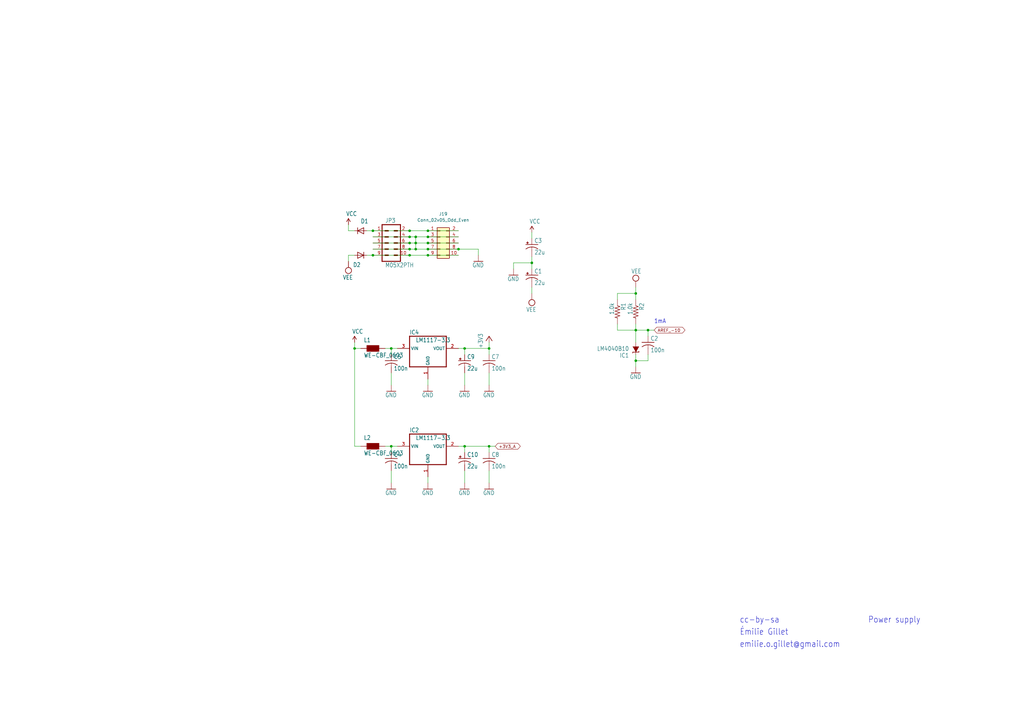
<source format=kicad_sch>
(kicad_sch (version 20211123) (generator eeschema)
  (paper "User" 425.45 299.161)
  (lib_symbols
    (symbol "Connector_Generic:Conn_02x05_Odd_Even" (pin_names (offset 1.016) hide)
      (property "Reference" "J" (at 1.27 7.62 0))
      (property "Value" "Conn_02x05_Odd_Even" (at 1.27 -7.62 0))
      (symbol "Conn_02x05_Odd_Even_1_1"
        (rectangle (start -1.27 -4.953) (end 0 -5.207) (stroke (width 0.1524)))
        (rectangle (start -1.27 -2.413) (end 0 -2.667) (stroke (width 0.1524)))
        (rectangle (start -1.27 0.127) (end 0 -0.127) (stroke (width 0.1524)))
        (rectangle (start -1.27 2.667) (end 0 2.413) (stroke (width 0.1524)))
        (rectangle (start -1.27 5.207) (end 0 4.953) (stroke (width 0.1524)))
        (rectangle (start -1.27 6.35) (end 3.81 -6.35) (stroke (width 0.254)) (fill (type background)))
        (rectangle (start 3.81 -4.953) (end 2.54 -5.207) (stroke (width 0.1524)))
        (rectangle (start 3.81 -2.413) (end 2.54 -2.667) (stroke (width 0.1524)))
        (rectangle (start 3.81 0.127) (end 2.54 -0.127) (stroke (width 0.1524)))
        (rectangle (start 3.81 2.667) (end 2.54 2.413) (stroke (width 0.1524)))
        (rectangle (start 3.81 5.207) (end 2.54 4.953) (stroke (width 0.1524)))
        (pin passive line (at -5.08 5.08 0) (length 3.81) (name "Pin_1") (number "1"))
        (pin passive line (at 7.62 -5.08 180) (length 3.81) (name "Pin_10") (number "10"))
        (pin passive line (at 7.62 5.08 180) (length 3.81) (name "Pin_2") (number "2"))
        (pin passive line (at -5.08 2.54 0) (length 3.81) (name "Pin_3") (number "3"))
        (pin passive line (at 7.62 2.54 180) (length 3.81) (name "Pin_4") (number "4"))
        (pin passive line (at -5.08 0 0) (length 3.81) (name "Pin_5") (number "5"))
        (pin passive line (at 7.62 0 180) (length 3.81) (name "Pin_6") (number "6"))
        (pin passive line (at -5.08 -2.54 0) (length 3.81) (name "Pin_7") (number "7"))
        (pin passive line (at 7.62 -2.54 180) (length 3.81) (name "Pin_8") (number "8"))
        (pin passive line (at -5.08 -5.08 0) (length 3.81) (name "Pin_9") (number "9"))
      )
    )
    (symbol "elements-eagle-import:+3V3" (power)
      (property "Value" "+3V3" (at -2.54 -5.08 90))
      (symbol "+3V3_1_0"
        (polyline (pts (xy 0 0) (xy -1.27 -1.905)) (stroke (width 0.254)))
        (polyline (pts (xy 1.27 -1.905) (xy 0 0)) (stroke (width 0.254)))
        (pin power_in line (at 0 -2.54 90) (length 2.54) (name "+3V3") (number "1"))
      )
    )
    (symbol "elements-eagle-import:C-USC0603"
      (property "Reference" "C" (at 1.016 0.635 0))
      (property "Value" "C-USC0603" (at 1.016 -4.191 0))
      (symbol "C-USC0603_1_0"
        (arc (start 0 -1.0161) (mid -1.302 -1.2303) (end -2.4668 -1.8504) (stroke (width 0.254)))
        (polyline (pts (xy -2.54 0) (xy 2.54 0)) (stroke (width 0.254)))
        (polyline (pts (xy 0 -1.016) (xy 0 -2.54)) (stroke (width 0.1524)))
        (arc (start 2.4892 -1.8542) (mid 1.3158 -1.2195) (end 0 -1) (stroke (width 0.254)))
        (pin passive line (at 0 2.54 270) (length 2.54) (name "1") (number "1"))
        (pin passive line (at 0 -5.08 90) (length 2.54) (name "2") (number "2"))
      )
    )
    (symbol "elements-eagle-import:CPOL-USC"
      (property "Reference" "C" (at 1.016 0.635 0))
      (property "Value" "CPOL-USC" (at 1.016 -4.191 0))
      (symbol "CPOL-USC_1_0"
        (rectangle (start -2.253 0.668) (end -1.364 0.795) (fill (type outline)))
        (rectangle (start -1.872 0.287) (end -1.745 1.176) (fill (type outline)))
        (arc (start 0 -1.0161) (mid -1.3021 -1.2302) (end -2.4669 -1.8504) (stroke (width 0.254)))
        (polyline (pts (xy -2.54 0) (xy 2.54 0)) (stroke (width 0.254)))
        (polyline (pts (xy 0 -1.016) (xy 0 -2.54)) (stroke (width 0.1524)))
        (arc (start 2.4892 -1.8542) (mid 1.3158 -1.2195) (end 0 -1) (stroke (width 0.254)))
        (pin passive line (at 0 2.54 270) (length 2.54) (name "+") (number "+"))
        (pin passive line (at 0 -5.08 90) (length 2.54) (name "-") (number "-"))
      )
    )
    (symbol "elements-eagle-import:DIODE-SOD123"
      (property "Reference" "D" (at 2.54 0.4826 0))
      (property "Value" "DIODE-SOD123" (at 2.54 -2.3114 0))
      (symbol "DIODE-SOD123_1_0"
        (polyline (pts (xy -1.27 -1.27) (xy 1.27 0)) (stroke (width 0.254)))
        (polyline (pts (xy -1.27 1.27) (xy -1.27 -1.27)) (stroke (width 0.254)))
        (polyline (pts (xy 1.27 0) (xy -1.27 1.27)) (stroke (width 0.254)))
        (polyline (pts (xy 1.27 0) (xy 1.27 -1.27)) (stroke (width 0.254)))
        (polyline (pts (xy 1.27 1.27) (xy 1.27 0)) (stroke (width 0.254)))
        (pin passive line (at -2.54 0 0) (length 2.54) (name "A") (number "A"))
        (pin passive line (at 2.54 0 180) (length 2.54) (name "C") (number "C"))
      )
    )
    (symbol "elements-eagle-import:GND" (power)
      (property "Value" "GND" (at -2.54 -2.54 0))
      (symbol "GND_1_0"
        (polyline (pts (xy -1.905 0) (xy 1.905 0)) (stroke (width 0.254)))
        (pin power_in line (at 0 2.54 270) (length 2.54) (name "GND") (number "1"))
      )
    )
    (symbol "elements-eagle-import:LM4041DBZ"
      (property "Reference" "IC" (at 2.794 1.905 0))
      (property "Value" "LM4041DBZ" (at 2.794 -0.889 0))
      (symbol "LM4041DBZ_1_0"
        (polyline (pts (xy -1.27 1.524) (xy -1.27 1.143)) (stroke (width 0.254)))
        (polyline (pts (xy 0 1.524) (xy -1.27 1.524)) (stroke (width 0.254)))
        (polyline (pts (xy 1.27 1.524) (xy 0 1.524)) (stroke (width 0.254)))
        (polyline (pts (xy 1.27 1.905) (xy 1.27 1.524)) (stroke (width 0.254)))
        (polyline (pts (xy 0 1.524) (xy -1.27 -0.762) (xy 1.27 -0.762)) (fill (type outline)))
        (pin passive line (at 0 2.54 270) (length 2.54) (name "C") (number "1"))
        (pin passive line (at 0 -2.54 90) (length 2.54) (name "A") (number "2"))
      )
    )
    (symbol "elements-eagle-import:M05X2PTH"
      (property "Reference" "JP" (at -2.54 8.382 0))
      (property "Value" "M05X2PTH" (at -2.54 -10.16 0))
      (symbol "M05X2PTH_1_0"
        (polyline (pts (xy -3.81 7.62) (xy -3.81 -7.62)) (stroke (width 0.4064)))
        (polyline (pts (xy -3.81 7.62) (xy 3.81 7.62)) (stroke (width 0.4064)))
        (polyline (pts (xy -1.27 -5.08) (xy -2.54 -5.08)) (stroke (width 0.6096)))
        (polyline (pts (xy -1.27 -2.54) (xy -2.54 -2.54)) (stroke (width 0.6096)))
        (polyline (pts (xy -1.27 0) (xy -2.54 0)) (stroke (width 0.6096)))
        (polyline (pts (xy -1.27 2.54) (xy -2.54 2.54)) (stroke (width 0.6096)))
        (polyline (pts (xy -1.27 5.08) (xy -2.54 5.08)) (stroke (width 0.6096)))
        (polyline (pts (xy 1.27 -5.08) (xy 2.54 -5.08)) (stroke (width 0.6096)))
        (polyline (pts (xy 1.27 -2.54) (xy 2.54 -2.54)) (stroke (width 0.6096)))
        (polyline (pts (xy 1.27 0) (xy 2.54 0)) (stroke (width 0.6096)))
        (polyline (pts (xy 1.27 2.54) (xy 2.54 2.54)) (stroke (width 0.6096)))
        (polyline (pts (xy 1.27 5.08) (xy 2.54 5.08)) (stroke (width 0.6096)))
        (polyline (pts (xy 3.81 -7.62) (xy -3.81 -7.62)) (stroke (width 0.4064)))
        (polyline (pts (xy 3.81 -7.62) (xy 3.81 7.62)) (stroke (width 0.4064)))
        (pin passive line (at -7.62 5.08 0) (length 5.08) (name "1") (number "1"))
        (pin passive line (at 7.62 -5.08 180) (length 5.08) (name "10") (number "10"))
        (pin passive line (at 7.62 5.08 180) (length 5.08) (name "2") (number "2"))
        (pin passive line (at -7.62 2.54 0) (length 5.08) (name "3") (number "3"))
        (pin passive line (at 7.62 2.54 180) (length 5.08) (name "4") (number "4"))
        (pin passive line (at -7.62 0 0) (length 5.08) (name "5") (number "5"))
        (pin passive line (at 7.62 0 180) (length 5.08) (name "6") (number "6"))
        (pin passive line (at -7.62 -2.54 0) (length 5.08) (name "7") (number "7"))
        (pin passive line (at 7.62 -2.54 180) (length 5.08) (name "8") (number "8"))
        (pin passive line (at -7.62 -5.08 0) (length 5.08) (name "9") (number "9"))
      )
    )
    (symbol "elements-eagle-import:R-US_R0603"
      (property "Reference" "R" (at -3.81 1.4986 0))
      (property "Value" "R-US_R0603" (at -3.81 -3.302 0))
      (symbol "R-US_R0603_1_0"
        (polyline (pts (xy -2.54 0) (xy -2.159 1.016)) (stroke (width 0.2032)))
        (polyline (pts (xy -2.159 1.016) (xy -1.524 -1.016)) (stroke (width 0.2032)))
        (polyline (pts (xy -1.524 -1.016) (xy -0.889 1.016)) (stroke (width 0.2032)))
        (polyline (pts (xy -0.889 1.016) (xy -0.254 -1.016)) (stroke (width 0.2032)))
        (polyline (pts (xy -0.254 -1.016) (xy 0.381 1.016)) (stroke (width 0.2032)))
        (polyline (pts (xy 0.381 1.016) (xy 1.016 -1.016)) (stroke (width 0.2032)))
        (polyline (pts (xy 1.016 -1.016) (xy 1.651 1.016)) (stroke (width 0.2032)))
        (polyline (pts (xy 1.651 1.016) (xy 2.286 -1.016)) (stroke (width 0.2032)))
        (polyline (pts (xy 2.286 -1.016) (xy 2.54 0)) (stroke (width 0.2032)))
        (pin passive line (at -5.08 0 0) (length 2.54) (name "1") (number "1"))
        (pin passive line (at 5.08 0 180) (length 2.54) (name "2") (number "2"))
      )
    )
    (symbol "elements-eagle-import:REG1117"
      (property "Reference" "IC" (at -7.62 5.715 0))
      (property "Value" "REG1117" (at -5.08 2.54 0))
      (symbol "REG1117_1_0"
        (polyline (pts (xy -7.62 -7.62) (xy 7.62 -7.62)) (stroke (width 0.4064)))
        (polyline (pts (xy -7.62 5.08) (xy -7.62 -7.62)) (stroke (width 0.4064)))
        (polyline (pts (xy 7.62 -7.62) (xy 7.62 5.08)) (stroke (width 0.4064)))
        (polyline (pts (xy 7.62 5.08) (xy -7.62 5.08)) (stroke (width 0.4064)))
        (pin power_in line (at 0 -12.7 90) (length 5.08) (name "GND") (number "1"))
        (pin output line (at 12.7 0 180) (length 5.08) (name "VOUT") (number "2"))
        (pin input line (at -12.7 0 0) (length 5.08) (name "VIN") (number "3"))
      )
    )
    (symbol "elements-eagle-import:VCC" (power)
      (property "Value" "VCC" (at -1.016 3.556 0))
      (symbol "VCC_1_0"
        (polyline (pts (xy 0 2.54) (xy -0.762 1.27)) (stroke (width 0.254)))
        (polyline (pts (xy 0.762 1.27) (xy 0 2.54)) (stroke (width 0.254)))
        (pin power_in line (at 0 0 90) (length 2.54) (name "VCC") (number "1"))
      )
    )
    (symbol "elements-eagle-import:VEE" (power)
      (property "Value" "VEE" (at -1.905 3.175 0))
      (symbol "VEE_1_0"
        (circle (center 0 1.27) (radius 1.27) (stroke (width 0.254)))
        (pin power_in line (at 0 -2.54 90) (length 2.54) (name "VEE") (number "1"))
      )
    )
    (symbol "elements-eagle-import:WE-CBF_0603"
      (property "Reference" "L" (at -3.81 5.08 0))
      (property "Value" "WE-CBF_0603" (at -3.81 -1.27 0))
      (symbol "WE-CBF_0603_1_0"
        (rectangle (start -2.54 1.27) (end 2.54 3.81) (fill (type outline)))
        (pin passive line (at -5.08 2.54 0) (length 2.54) (name "1") (number "1"))
        (pin passive line (at 5.08 2.54 180) (length 2.54) (name "2") (number "2"))
      )
    )
  )
  (junction (at 162.56 144.78))
  (junction (at 170.18 100.965))
  (junction (at 203.2 144.78))
  (junction (at 203.2 185.42))
  (junction (at 269.24 137.16))
  (junction (at 177.8 95.885))
  (junction (at 170.18 103.505))
  (junction (at 172.72 98.425))
  (junction (at 264.16 137.16))
  (junction (at 177.8 106.045))
  (junction (at 190.5 103.505))
  (junction (at 264.16 121.92))
  (junction (at 220.98 109.22))
  (junction (at 170.18 95.885))
  (junction (at 170.18 106.045))
  (junction (at 264.16 149.86))
  (junction (at 147.32 144.78))
  (junction (at 172.72 103.505))
  (junction (at 177.8 103.505))
  (junction (at 177.8 100.965))
  (junction (at 193.04 144.78))
  (junction (at 193.04 185.42))
  (junction (at 172.72 100.965))
  (junction (at 154.94 95.885))
  (junction (at 177.8 98.425))
  (junction (at 154.94 106.045))
  (junction (at 170.18 98.425))
  (junction (at 162.56 185.42))
  (wire (pts (xy 220.98 99.06) (xy 220.98 96.52)))
  (wire (pts (xy 152.4 106.045) (xy 154.94 106.045)))
  (wire (pts (xy 160.02 185.42) (xy 162.56 185.42)))
  (wire (pts (xy 177.8 100.965) (xy 190.5 100.965)))
  (wire (pts (xy 193.04 185.42) (xy 203.2 185.42)))
  (wire (pts (xy 190.5 144.78) (xy 193.04 144.78)))
  (wire (pts (xy 203.2 195.58) (xy 203.2 200.66)))
  (wire (pts (xy 193.04 144.78) (xy 203.2 144.78)))
  (wire (pts (xy 264.16 124.46) (xy 264.16 121.92)))
  (wire (pts (xy 162.56 185.42) (xy 165.1 185.42)))
  (wire (pts (xy 152.4 95.885) (xy 154.94 95.885)))
  (wire (pts (xy 144.78 95.885) (xy 144.78 93.345)))
  (wire (pts (xy 144.78 95.885) (xy 147.32 95.885)))
  (wire (pts (xy 213.36 109.22) (xy 213.36 111.76)))
  (wire (pts (xy 172.72 98.425) (xy 172.72 100.965)))
  (wire (pts (xy 154.94 98.425) (xy 170.18 98.425)))
  (wire (pts (xy 269.24 137.16) (xy 269.24 139.7)))
  (wire (pts (xy 256.54 137.16) (xy 264.16 137.16)))
  (wire (pts (xy 220.98 119.38) (xy 220.98 121.92)))
  (wire (pts (xy 256.54 124.46) (xy 256.54 121.92)))
  (wire (pts (xy 264.16 147.32) (xy 264.16 149.86)))
  (wire (pts (xy 205.74 185.42) (xy 203.2 185.42)))
  (wire (pts (xy 177.8 198.12) (xy 177.8 200.66)))
  (wire (pts (xy 172.72 100.965) (xy 177.8 100.965)))
  (wire (pts (xy 162.56 187.96) (xy 162.56 185.42)))
  (wire (pts (xy 193.04 187.96) (xy 193.04 185.42)))
  (wire (pts (xy 203.2 154.94) (xy 203.2 160.02)))
  (wire (pts (xy 154.94 103.505) (xy 170.18 103.505)))
  (wire (pts (xy 162.56 144.78) (xy 165.1 144.78)))
  (wire (pts (xy 170.18 95.885) (xy 177.8 95.885)))
  (wire (pts (xy 264.16 142.24) (xy 264.16 137.16)))
  (wire (pts (xy 172.72 100.965) (xy 172.72 103.505)))
  (wire (pts (xy 269.24 147.32) (xy 269.24 149.86)))
  (wire (pts (xy 172.72 103.505) (xy 177.8 103.505)))
  (wire (pts (xy 170.18 98.425) (xy 172.72 98.425)))
  (wire (pts (xy 220.98 109.22) (xy 213.36 109.22)))
  (wire (pts (xy 198.755 103.505) (xy 198.755 106.045)))
  (wire (pts (xy 177.8 157.48) (xy 177.8 160.02)))
  (wire (pts (xy 144.78 106.045) (xy 144.78 108.585)))
  (wire (pts (xy 177.8 98.425) (xy 190.5 98.425)))
  (wire (pts (xy 147.32 142.24) (xy 147.32 144.78)))
  (wire (pts (xy 147.32 144.78) (xy 149.86 144.78)))
  (wire (pts (xy 177.8 106.045) (xy 190.5 106.045)))
  (wire (pts (xy 203.2 187.96) (xy 203.2 185.42)))
  (wire (pts (xy 193.04 154.94) (xy 193.04 160.02)))
  (wire (pts (xy 190.5 185.42) (xy 193.04 185.42)))
  (wire (pts (xy 154.94 95.885) (xy 170.18 95.885)))
  (wire (pts (xy 170.18 103.505) (xy 172.72 103.505)))
  (wire (pts (xy 162.56 154.94) (xy 162.56 160.02)))
  (wire (pts (xy 264.16 149.86) (xy 269.24 149.86)))
  (wire (pts (xy 220.98 109.22) (xy 220.98 111.76)))
  (wire (pts (xy 149.86 185.42) (xy 147.32 185.42)))
  (wire (pts (xy 264.16 137.16) (xy 264.16 134.62)))
  (wire (pts (xy 170.18 106.045) (xy 177.8 106.045)))
  (wire (pts (xy 172.72 98.425) (xy 177.8 98.425)))
  (wire (pts (xy 264.16 149.86) (xy 264.16 152.4)))
  (wire (pts (xy 203.2 144.78) (xy 203.2 142.24)))
  (wire (pts (xy 162.56 147.32) (xy 162.56 144.78)))
  (wire (pts (xy 162.56 195.58) (xy 162.56 200.66)))
  (wire (pts (xy 154.94 106.045) (xy 170.18 106.045)))
  (wire (pts (xy 269.24 137.16) (xy 264.16 137.16)))
  (wire (pts (xy 144.78 106.045) (xy 147.32 106.045)))
  (wire (pts (xy 203.2 144.78) (xy 203.2 147.32)))
  (wire (pts (xy 193.04 147.32) (xy 193.04 144.78)))
  (wire (pts (xy 170.18 100.965) (xy 154.94 100.965)))
  (wire (pts (xy 264.16 121.92) (xy 264.16 119.38)))
  (wire (pts (xy 147.32 185.42) (xy 147.32 144.78)))
  (wire (pts (xy 160.02 144.78) (xy 162.56 144.78)))
  (wire (pts (xy 177.8 103.505) (xy 190.5 103.505)))
  (wire (pts (xy 220.98 106.68) (xy 220.98 109.22)))
  (wire (pts (xy 172.72 100.965) (xy 170.18 100.965)))
  (wire (pts (xy 177.8 95.885) (xy 190.5 95.885)))
  (wire (pts (xy 269.24 137.16) (xy 271.78 137.16)))
  (wire (pts (xy 190.5 103.505) (xy 198.755 103.505)))
  (wire (pts (xy 193.04 195.58) (xy 193.04 200.66)))
  (wire (pts (xy 256.54 134.62) (xy 256.54 137.16)))
  (wire (pts (xy 256.54 121.92) (xy 264.16 121.92)))
  (text "Émilie Gillet" (at 307.34 264.16 180) (effects (font (size 2.54 2.159)) (justify left bottom)))
  (text "emilie.o.gillet@gmail.com" (at 307.34 269.24 180) (effects (font (size 2.54 2.159)) (justify left bottom)))
  (text "Power supply" (at 360.68 259.08 180) (effects (font (size 2.54 2.159)) (justify left bottom)))
  (text "1mA" (at 271.78 134.62 180) (effects (font (size 1.778 1.5113)) (justify left bottom)))
  (text "cc-by-sa" (at 307.34 259.08 180) (effects (font (size 2.54 2.159)) (justify left bottom)))
  (global_label "AREF_-10" (shape bidirectional) (at 271.78 137.16 0) (effects (font (size 1.2446 1.2446))) (property "Intersheet References" "${INTERSHEET_REFS}" (effects hide)))
  (global_label "+3V3_A" (shape bidirectional) (at 205.74 185.42 0) (effects (font (size 1.2446 1.2446))) (property "Intersheet References" "${INTERSHEET_REFS}" (effects hide)))
  (symbol (lib_id "elements-eagle-import:VEE") (at 264.16 116.84 0) (unit 1)
    (property "Reference" "#SUPPLY01" (effects hide))
    (property "Value" "VEE" (at 262.255 113.665 0) (effects (font (size 1.778 1.5113)) (justify left bottom)))
    (property "Footprint" "elements:" (effects hide))
  )
  (symbol (lib_id "elements-eagle-import:R-US_R0603") (at 256.54 129.54 270) (unit 1)
    (property "Reference" "R1" (at 258.0386 125.73 0) (effects (font (size 1.778 1.5113)) (justify left bottom)))
    (property "Value" "1.0k" (at 253.238 125.73 0) (effects (font (size 1.778 1.5113)) (justify left bottom)))
    (property "Footprint" "elements:R0603" (effects hide))
  )
  (symbol (lib_id "elements-eagle-import:VCC") (at 147.32 142.24 0) (unit 1)
    (property "Reference" "#P+08" (effects hide))
    (property "Value" "VCC" (at 146.304 138.684 0) (effects (font (size 1.778 1.5113)) (justify left bottom)))
    (property "Footprint" "elements:" (effects hide))
  )
  (symbol (lib_id "elements-eagle-import:VCC") (at 144.78 93.345 0) (unit 1)
    (property "Reference" "#P+02" (effects hide))
    (property "Value" "VCC" (at 143.764 89.789 0) (effects (font (size 1.778 1.5113)) (justify left bottom)))
    (property "Footprint" "elements:" (effects hide))
  )
  (symbol (lib_id "elements-eagle-import:R-US_R0603") (at 264.16 129.54 270) (unit 1)
    (property "Reference" "R2" (at 265.6586 125.73 0) (effects (font (size 1.778 1.5113)) (justify left bottom)))
    (property "Value" "1.0k" (at 260.858 125.73 0) (effects (font (size 1.778 1.5113)) (justify left bottom)))
    (property "Footprint" "elements:R0603" (effects hide))
  )
  (symbol (lib_id "elements-eagle-import:CPOL-USC") (at 220.98 101.6 0) (unit 1)
    (property "Reference" "C3" (at 221.996 100.965 0) (effects (font (size 1.778 1.5113)) (justify left bottom)))
    (property "Value" "22u" (at 221.996 105.791 0) (effects (font (size 1.778 1.5113)) (justify left bottom)))
    (property "Footprint" "elements:PANASONIC_C" (effects hide))
  )
  (symbol (lib_id "Connector_Generic:Conn_02x05_Odd_Even") (at 182.88 100.965 0) (unit 1)
    (property "Reference" "J19" (at 184.15 88.9 0))
    (property "Value" "Conn_02x05_Odd_Even" (at 184.15 91.44 0))
    (property "Footprint" "Connector_PinHeader_2.54mm:PinHeader_2x05_P2.54mm_Vertical_SMD" (effects hide))
  )
  (symbol (lib_id "elements-eagle-import:WE-CBF_0603") (at 154.94 187.96 0) (unit 1)
    (property "Reference" "L2" (at 151.13 182.88 0) (effects (font (size 1.778 1.5113)) (justify left bottom)))
    (property "Value" "WE-CBF_0603" (at 151.13 189.23 0) (effects (font (size 1.778 1.5113)) (justify left bottom)))
    (property "Footprint" "elements:0603" (effects hide))
  )
  (symbol (lib_id "elements-eagle-import:REG1117") (at 177.8 185.42 0) (unit 1)
    (property "Reference" "IC2" (at 170.18 179.705 0) (effects (font (size 1.778 1.5113)) (justify left bottom)))
    (property "Value" "LM1117-3.3" (at 172.72 182.88 0) (effects (font (size 1.778 1.5113)) (justify left bottom)))
    (property "Footprint" "elements:SOT223" (effects hide))
  )
  (symbol (lib_id "elements-eagle-import:VEE") (at 144.78 111.125 180) (unit 1)
    (property "Reference" "#SUPPLY02" (effects hide))
    (property "Value" "VEE" (at 146.685 114.3 0) (effects (font (size 1.778 1.5113)) (justify left bottom)))
    (property "Footprint" "elements:" (effects hide))
  )
  (symbol (lib_id "elements-eagle-import:GND") (at 203.2 203.2 0) (unit 1)
    (property "Reference" "#GND071" (effects hide))
    (property "Value" "GND" (at 200.66 205.74 0) (effects (font (size 1.778 1.5113)) (justify left bottom)))
    (property "Footprint" "elements:" (effects hide))
  )
  (symbol (lib_id "elements-eagle-import:REG1117") (at 177.8 144.78 0) (unit 1)
    (property "Reference" "IC4" (at 170.18 139.065 0) (effects (font (size 1.778 1.5113)) (justify left bottom)))
    (property "Value" "LM1117-3.3" (at 172.72 142.24 0) (effects (font (size 1.778 1.5113)) (justify left bottom)))
    (property "Footprint" "elements:SOT223" (effects hide))
  )
  (symbol (lib_id "elements-eagle-import:GND") (at 203.2 162.56 0) (unit 1)
    (property "Reference" "#GND036" (effects hide))
    (property "Value" "GND" (at 200.66 165.1 0) (effects (font (size 1.778 1.5113)) (justify left bottom)))
    (property "Footprint" "elements:" (effects hide))
  )
  (symbol (lib_id "elements-eagle-import:GND") (at 264.16 154.94 0) (unit 1)
    (property "Reference" "#GND069" (effects hide))
    (property "Value" "GND" (at 261.62 157.48 0) (effects (font (size 1.778 1.5113)) (justify left bottom)))
    (property "Footprint" "elements:" (effects hide))
  )
  (symbol (lib_id "elements-eagle-import:DIODE-SOD123") (at 149.86 106.045 0) (unit 1)
    (property "Reference" "D2" (at 149.86 109.0676 0) (effects (font (size 1.778 1.5113)) (justify right top)))
    (property "Value" "1N5819HW" (effects hide))
    (property "Footprint" "elements:SOD123" (effects hide))
  )
  (symbol (lib_id "elements-eagle-import:C-USC0603") (at 162.56 190.5 0) (unit 1)
    (property "Reference" "C4" (at 163.576 189.865 0) (effects (font (size 1.778 1.5113)) (justify left bottom)))
    (property "Value" "100n" (at 163.576 194.691 0) (effects (font (size 1.778 1.5113)) (justify left bottom)))
    (property "Footprint" "elements:C0603" (effects hide))
  )
  (symbol (lib_id "elements-eagle-import:CPOL-USC") (at 193.04 190.5 0) (unit 1)
    (property "Reference" "C10" (at 194.056 189.865 0) (effects (font (size 1.778 1.5113)) (justify left bottom)))
    (property "Value" "22u" (at 194.056 194.691 0) (effects (font (size 1.778 1.5113)) (justify left bottom)))
    (property "Footprint" "elements:PANASONIC_C" (effects hide))
  )
  (symbol (lib_id "elements-eagle-import:+3V3") (at 203.2 139.7 0) (unit 1)
    (property "Reference" "#+3V01" (effects hide))
    (property "Value" "+3V3" (at 200.66 144.78 90) (effects (font (size 1.778 1.5113)) (justify left bottom)))
    (property "Footprint" "elements:" (effects hide))
  )
  (symbol (lib_id "elements-eagle-import:CPOL-USC") (at 193.04 149.86 0) (unit 1)
    (property "Reference" "C9" (at 194.056 149.225 0) (effects (font (size 1.778 1.5113)) (justify left bottom)))
    (property "Value" "22u" (at 194.056 154.051 0) (effects (font (size 1.778 1.5113)) (justify left bottom)))
    (property "Footprint" "elements:PANASONIC_C" (effects hide))
  )
  (symbol (lib_id "elements-eagle-import:GND") (at 198.755 108.585 0) (unit 1)
    (property "Reference" "#GND0110" (effects hide))
    (property "Value" "GND" (at 196.215 111.125 0) (effects (font (size 1.778 1.5113)) (justify left bottom)))
    (property "Footprint" "elements:" (effects hide))
  )
  (symbol (lib_id "elements-eagle-import:M05X2PTH") (at 162.56 100.965 0) (unit 1)
    (property "Reference" "JP3" (at 160.02 92.583 0) (effects (font (size 1.778 1.5113)) (justify left bottom)))
    (property "Value" "M05X2PTH" (at 160.02 111.125 0) (effects (font (size 1.778 1.5113)) (justify left bottom)))
    (property "Footprint" "elements:AVR_ICSP" (effects hide))
  )
  (symbol (lib_id "elements-eagle-import:GND") (at 177.8 203.2 0) (unit 1)
    (property "Reference" "#GND068" (effects hide))
    (property "Value" "GND" (at 175.26 205.74 0) (effects (font (size 1.778 1.5113)) (justify left bottom)))
    (property "Footprint" "elements:" (effects hide))
  )
  (symbol (lib_id "elements-eagle-import:WE-CBF_0603") (at 154.94 147.32 0) (unit 1)
    (property "Reference" "L1" (at 151.13 142.24 0) (effects (font (size 1.778 1.5113)) (justify left bottom)))
    (property "Value" "WE-CBF_0603" (at 151.13 148.59 0) (effects (font (size 1.778 1.5113)) (justify left bottom)))
    (property "Footprint" "elements:0603" (effects hide))
  )
  (symbol (lib_id "elements-eagle-import:DIODE-SOD123") (at 149.86 95.885 180) (unit 1)
    (property "Reference" "D1" (at 149.86 92.8624 0) (effects (font (size 1.778 1.5113)) (justify right top)))
    (property "Value" "1N5819HW" (effects hide))
    (property "Footprint" "elements:SOD123" (effects hide))
  )
  (symbol (lib_id "elements-eagle-import:C-USC0603") (at 203.2 190.5 0) (unit 1)
    (property "Reference" "C8" (at 204.216 189.865 0) (effects (font (size 1.778 1.5113)) (justify left bottom)))
    (property "Value" "100n" (at 204.216 194.691 0) (effects (font (size 1.778 1.5113)) (justify left bottom)))
    (property "Footprint" "elements:C0603" (effects hide))
  )
  (symbol (lib_id "elements-eagle-import:GND") (at 177.8 162.56 0) (unit 1)
    (property "Reference" "#GND034" (effects hide))
    (property "Value" "GND" (at 175.26 165.1 0) (effects (font (size 1.778 1.5113)) (justify left bottom)))
    (property "Footprint" "elements:" (effects hide))
  )
  (symbol (lib_id "elements-eagle-import:GND") (at 193.04 162.56 0) (unit 1)
    (property "Reference" "#GND035" (effects hide))
    (property "Value" "GND" (at 190.5 165.1 0) (effects (font (size 1.778 1.5113)) (justify left bottom)))
    (property "Footprint" "elements:" (effects hide))
  )
  (symbol (lib_id "elements-eagle-import:GND") (at 193.04 203.2 0) (unit 1)
    (property "Reference" "#GND070" (effects hide))
    (property "Value" "GND" (at 190.5 205.74 0) (effects (font (size 1.778 1.5113)) (justify left bottom)))
    (property "Footprint" "elements:" (effects hide))
  )
  (symbol (lib_id "elements-eagle-import:GND") (at 162.56 162.56 0) (unit 1)
    (property "Reference" "#GND0105" (effects hide))
    (property "Value" "GND" (at 160.02 165.1 0) (effects (font (size 1.778 1.5113)) (justify left bottom)))
    (property "Footprint" "elements:" (effects hide))
  )
  (symbol (lib_id "elements-eagle-import:LM4041DBZ") (at 264.16 144.78 180) (unit 1)
    (property "Reference" "IC1" (at 261.366 146.685 0) (effects (font (size 1.778 1.5113)) (justify left bottom)))
    (property "Value" "LM4040B10" (at 261.366 143.891 0) (effects (font (size 1.778 1.5113)) (justify left bottom)))
    (property "Footprint" "elements:DBZ_R-PDSO-G3" (effects hide))
  )
  (symbol (lib_id "elements-eagle-import:C-USC0603") (at 203.2 149.86 0) (unit 1)
    (property "Reference" "C7" (at 204.216 149.225 0) (effects (font (size 1.778 1.5113)) (justify left bottom)))
    (property "Value" "100n" (at 204.216 154.051 0) (effects (font (size 1.778 1.5113)) (justify left bottom)))
    (property "Footprint" "elements:C0603" (effects hide))
  )
  (symbol (lib_id "elements-eagle-import:CPOL-USC") (at 220.98 114.3 0) (unit 1)
    (property "Reference" "C1" (at 221.996 113.665 0) (effects (font (size 1.778 1.5113)) (justify left bottom)))
    (property "Value" "22u" (at 221.996 118.491 0) (effects (font (size 1.778 1.5113)) (justify left bottom)))
    (property "Footprint" "elements:PANASONIC_C" (effects hide))
  )
  (symbol (lib_id "elements-eagle-import:C-USC0603") (at 269.24 142.24 0) (unit 1)
    (property "Reference" "C2" (at 270.256 141.605 0) (effects (font (size 1.778 1.5113)) (justify left bottom)))
    (property "Value" "100n" (at 270.256 146.431 0) (effects (font (size 1.778 1.5113)) (justify left bottom)))
    (property "Footprint" "elements:C0603" (effects hide))
  )
  (symbol (lib_id "elements-eagle-import:GND") (at 213.36 114.3 0) (unit 1)
    (property "Reference" "#GND024" (effects hide))
    (property "Value" "GND" (at 210.82 116.84 0) (effects (font (size 1.778 1.5113)) (justify left bottom)))
    (property "Footprint" "elements:" (effects hide))
  )
  (symbol (lib_id "elements-eagle-import:VCC") (at 220.98 96.52 0) (unit 1)
    (property "Reference" "#P+03" (effects hide))
    (property "Value" "VCC" (at 219.964 92.964 0) (effects (font (size 1.778 1.5113)) (justify left bottom)))
    (property "Footprint" "elements:" (effects hide))
  )
  (symbol (lib_id "elements-eagle-import:C-USC0603") (at 162.56 149.86 0) (unit 1)
    (property "Reference" "C5" (at 163.576 149.225 0) (effects (font (size 1.778 1.5113)) (justify left bottom)))
    (property "Value" "100n" (at 163.576 154.051 0) (effects (font (size 1.778 1.5113)) (justify left bottom)))
    (property "Footprint" "elements:C0603" (effects hide))
  )
  (symbol (lib_id "elements-eagle-import:VEE") (at 220.98 124.46 180) (unit 1)
    (property "Reference" "#SUPPLY03" (effects hide))
    (property "Value" "VEE" (at 222.885 127.635 0) (effects (font (size 1.778 1.5113)) (justify left bottom)))
    (property "Footprint" "elements:" (effects hide))
  )
  (symbol (lib_id "elements-eagle-import:GND") (at 162.56 203.2 0) (unit 1)
    (property "Reference" "#GND0106" (effects hide))
    (property "Value" "GND" (at 160.02 205.74 0) (effects (font (size 1.778 1.5113)) (justify left bottom)))
    (property "Footprint" "elements:" (effects hide))
  )
)
</source>
